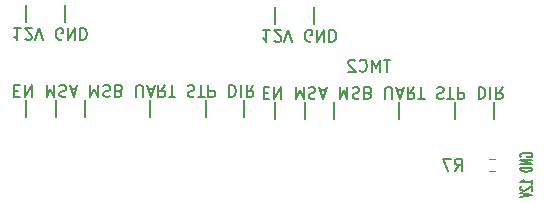
<source format=gbr>
%TF.GenerationSoftware,KiCad,Pcbnew,7.0.8*%
%TF.CreationDate,2024-06-04T12:59:23+12:00*%
%TF.ProjectId,FYP_P2_1,4659505f-5032-45f3-912e-6b696361645f,rev?*%
%TF.SameCoordinates,Original*%
%TF.FileFunction,Legend,Bot*%
%TF.FilePolarity,Positive*%
%FSLAX46Y46*%
G04 Gerber Fmt 4.6, Leading zero omitted, Abs format (unit mm)*
G04 Created by KiCad (PCBNEW 7.0.8) date 2024-06-04 12:59:23*
%MOMM*%
%LPD*%
G01*
G04 APERTURE LIST*
%ADD10C,0.150000*%
%ADD11C,0.120000*%
G04 APERTURE END LIST*
D10*
X136098684Y-64096847D02*
X136098684Y-65525419D01*
X138574875Y-64096847D02*
X138574875Y-65525419D01*
X141051066Y-64096847D02*
X141051066Y-65525419D01*
X146574877Y-64096847D02*
X146574877Y-65525419D01*
X151336783Y-64096847D02*
X151336783Y-65525419D01*
X154574879Y-64096847D02*
X154574879Y-65525419D01*
X135098684Y-63343990D02*
X135432017Y-63343990D01*
X135574874Y-62820180D02*
X135098684Y-62820180D01*
X135098684Y-62820180D02*
X135098684Y-63820180D01*
X135098684Y-63820180D02*
X135574874Y-63820180D01*
X136003446Y-62820180D02*
X136003446Y-63820180D01*
X136003446Y-63820180D02*
X136574874Y-62820180D01*
X136574874Y-62820180D02*
X136574874Y-63820180D01*
X137812970Y-62820180D02*
X137812970Y-63820180D01*
X137812970Y-63820180D02*
X138146303Y-63105895D01*
X138146303Y-63105895D02*
X138479636Y-63820180D01*
X138479636Y-63820180D02*
X138479636Y-62820180D01*
X138908208Y-62867800D02*
X139051065Y-62820180D01*
X139051065Y-62820180D02*
X139289160Y-62820180D01*
X139289160Y-62820180D02*
X139384398Y-62867800D01*
X139384398Y-62867800D02*
X139432017Y-62915419D01*
X139432017Y-62915419D02*
X139479636Y-63010657D01*
X139479636Y-63010657D02*
X139479636Y-63105895D01*
X139479636Y-63105895D02*
X139432017Y-63201133D01*
X139432017Y-63201133D02*
X139384398Y-63248752D01*
X139384398Y-63248752D02*
X139289160Y-63296371D01*
X139289160Y-63296371D02*
X139098684Y-63343990D01*
X139098684Y-63343990D02*
X139003446Y-63391609D01*
X139003446Y-63391609D02*
X138955827Y-63439228D01*
X138955827Y-63439228D02*
X138908208Y-63534466D01*
X138908208Y-63534466D02*
X138908208Y-63629704D01*
X138908208Y-63629704D02*
X138955827Y-63724942D01*
X138955827Y-63724942D02*
X139003446Y-63772561D01*
X139003446Y-63772561D02*
X139098684Y-63820180D01*
X139098684Y-63820180D02*
X139336779Y-63820180D01*
X139336779Y-63820180D02*
X139479636Y-63772561D01*
X139860589Y-63105895D02*
X140336779Y-63105895D01*
X139765351Y-62820180D02*
X140098684Y-63820180D01*
X140098684Y-63820180D02*
X140432017Y-62820180D01*
X141527256Y-62820180D02*
X141527256Y-63820180D01*
X141527256Y-63820180D02*
X141860589Y-63105895D01*
X141860589Y-63105895D02*
X142193922Y-63820180D01*
X142193922Y-63820180D02*
X142193922Y-62820180D01*
X142622494Y-62867800D02*
X142765351Y-62820180D01*
X142765351Y-62820180D02*
X143003446Y-62820180D01*
X143003446Y-62820180D02*
X143098684Y-62867800D01*
X143098684Y-62867800D02*
X143146303Y-62915419D01*
X143146303Y-62915419D02*
X143193922Y-63010657D01*
X143193922Y-63010657D02*
X143193922Y-63105895D01*
X143193922Y-63105895D02*
X143146303Y-63201133D01*
X143146303Y-63201133D02*
X143098684Y-63248752D01*
X143098684Y-63248752D02*
X143003446Y-63296371D01*
X143003446Y-63296371D02*
X142812970Y-63343990D01*
X142812970Y-63343990D02*
X142717732Y-63391609D01*
X142717732Y-63391609D02*
X142670113Y-63439228D01*
X142670113Y-63439228D02*
X142622494Y-63534466D01*
X142622494Y-63534466D02*
X142622494Y-63629704D01*
X142622494Y-63629704D02*
X142670113Y-63724942D01*
X142670113Y-63724942D02*
X142717732Y-63772561D01*
X142717732Y-63772561D02*
X142812970Y-63820180D01*
X142812970Y-63820180D02*
X143051065Y-63820180D01*
X143051065Y-63820180D02*
X143193922Y-63772561D01*
X143955827Y-63343990D02*
X144098684Y-63296371D01*
X144098684Y-63296371D02*
X144146303Y-63248752D01*
X144146303Y-63248752D02*
X144193922Y-63153514D01*
X144193922Y-63153514D02*
X144193922Y-63010657D01*
X144193922Y-63010657D02*
X144146303Y-62915419D01*
X144146303Y-62915419D02*
X144098684Y-62867800D01*
X144098684Y-62867800D02*
X144003446Y-62820180D01*
X144003446Y-62820180D02*
X143622494Y-62820180D01*
X143622494Y-62820180D02*
X143622494Y-63820180D01*
X143622494Y-63820180D02*
X143955827Y-63820180D01*
X143955827Y-63820180D02*
X144051065Y-63772561D01*
X144051065Y-63772561D02*
X144098684Y-63724942D01*
X144098684Y-63724942D02*
X144146303Y-63629704D01*
X144146303Y-63629704D02*
X144146303Y-63534466D01*
X144146303Y-63534466D02*
X144098684Y-63439228D01*
X144098684Y-63439228D02*
X144051065Y-63391609D01*
X144051065Y-63391609D02*
X143955827Y-63343990D01*
X143955827Y-63343990D02*
X143622494Y-63343990D01*
X145384399Y-63820180D02*
X145384399Y-63010657D01*
X145384399Y-63010657D02*
X145432018Y-62915419D01*
X145432018Y-62915419D02*
X145479637Y-62867800D01*
X145479637Y-62867800D02*
X145574875Y-62820180D01*
X145574875Y-62820180D02*
X145765351Y-62820180D01*
X145765351Y-62820180D02*
X145860589Y-62867800D01*
X145860589Y-62867800D02*
X145908208Y-62915419D01*
X145908208Y-62915419D02*
X145955827Y-63010657D01*
X145955827Y-63010657D02*
X145955827Y-63820180D01*
X146384399Y-63105895D02*
X146860589Y-63105895D01*
X146289161Y-62820180D02*
X146622494Y-63820180D01*
X146622494Y-63820180D02*
X146955827Y-62820180D01*
X147860589Y-62820180D02*
X147527256Y-63296371D01*
X147289161Y-62820180D02*
X147289161Y-63820180D01*
X147289161Y-63820180D02*
X147670113Y-63820180D01*
X147670113Y-63820180D02*
X147765351Y-63772561D01*
X147765351Y-63772561D02*
X147812970Y-63724942D01*
X147812970Y-63724942D02*
X147860589Y-63629704D01*
X147860589Y-63629704D02*
X147860589Y-63486847D01*
X147860589Y-63486847D02*
X147812970Y-63391609D01*
X147812970Y-63391609D02*
X147765351Y-63343990D01*
X147765351Y-63343990D02*
X147670113Y-63296371D01*
X147670113Y-63296371D02*
X147289161Y-63296371D01*
X148146304Y-63820180D02*
X148717732Y-63820180D01*
X148432018Y-62820180D02*
X148432018Y-63820180D01*
X149765352Y-62867800D02*
X149908209Y-62820180D01*
X149908209Y-62820180D02*
X150146304Y-62820180D01*
X150146304Y-62820180D02*
X150241542Y-62867800D01*
X150241542Y-62867800D02*
X150289161Y-62915419D01*
X150289161Y-62915419D02*
X150336780Y-63010657D01*
X150336780Y-63010657D02*
X150336780Y-63105895D01*
X150336780Y-63105895D02*
X150289161Y-63201133D01*
X150289161Y-63201133D02*
X150241542Y-63248752D01*
X150241542Y-63248752D02*
X150146304Y-63296371D01*
X150146304Y-63296371D02*
X149955828Y-63343990D01*
X149955828Y-63343990D02*
X149860590Y-63391609D01*
X149860590Y-63391609D02*
X149812971Y-63439228D01*
X149812971Y-63439228D02*
X149765352Y-63534466D01*
X149765352Y-63534466D02*
X149765352Y-63629704D01*
X149765352Y-63629704D02*
X149812971Y-63724942D01*
X149812971Y-63724942D02*
X149860590Y-63772561D01*
X149860590Y-63772561D02*
X149955828Y-63820180D01*
X149955828Y-63820180D02*
X150193923Y-63820180D01*
X150193923Y-63820180D02*
X150336780Y-63772561D01*
X150622495Y-63820180D02*
X151193923Y-63820180D01*
X150908209Y-62820180D02*
X150908209Y-63820180D01*
X151527257Y-62820180D02*
X151527257Y-63820180D01*
X151527257Y-63820180D02*
X151908209Y-63820180D01*
X151908209Y-63820180D02*
X152003447Y-63772561D01*
X152003447Y-63772561D02*
X152051066Y-63724942D01*
X152051066Y-63724942D02*
X152098685Y-63629704D01*
X152098685Y-63629704D02*
X152098685Y-63486847D01*
X152098685Y-63486847D02*
X152051066Y-63391609D01*
X152051066Y-63391609D02*
X152003447Y-63343990D01*
X152003447Y-63343990D02*
X151908209Y-63296371D01*
X151908209Y-63296371D02*
X151527257Y-63296371D01*
X153289162Y-62820180D02*
X153289162Y-63820180D01*
X153289162Y-63820180D02*
X153527257Y-63820180D01*
X153527257Y-63820180D02*
X153670114Y-63772561D01*
X153670114Y-63772561D02*
X153765352Y-63677323D01*
X153765352Y-63677323D02*
X153812971Y-63582085D01*
X153812971Y-63582085D02*
X153860590Y-63391609D01*
X153860590Y-63391609D02*
X153860590Y-63248752D01*
X153860590Y-63248752D02*
X153812971Y-63058276D01*
X153812971Y-63058276D02*
X153765352Y-62963038D01*
X153765352Y-62963038D02*
X153670114Y-62867800D01*
X153670114Y-62867800D02*
X153527257Y-62820180D01*
X153527257Y-62820180D02*
X153289162Y-62820180D01*
X154289162Y-62820180D02*
X154289162Y-63820180D01*
X155336780Y-62820180D02*
X155003447Y-63296371D01*
X154765352Y-62820180D02*
X154765352Y-63820180D01*
X154765352Y-63820180D02*
X155146304Y-63820180D01*
X155146304Y-63820180D02*
X155241542Y-63772561D01*
X155241542Y-63772561D02*
X155289161Y-63724942D01*
X155289161Y-63724942D02*
X155336780Y-63629704D01*
X155336780Y-63629704D02*
X155336780Y-63486847D01*
X155336780Y-63486847D02*
X155289161Y-63391609D01*
X155289161Y-63391609D02*
X155241542Y-63343990D01*
X155241542Y-63343990D02*
X155146304Y-63296371D01*
X155146304Y-63296371D02*
X154765352Y-63296371D01*
X135622493Y-57990180D02*
X135051065Y-57990180D01*
X135336779Y-57990180D02*
X135336779Y-58990180D01*
X135336779Y-58990180D02*
X135241541Y-58847323D01*
X135241541Y-58847323D02*
X135146303Y-58752085D01*
X135146303Y-58752085D02*
X135051065Y-58704466D01*
X136003446Y-58894942D02*
X136051065Y-58942561D01*
X136051065Y-58942561D02*
X136146303Y-58990180D01*
X136146303Y-58990180D02*
X136384398Y-58990180D01*
X136384398Y-58990180D02*
X136479636Y-58942561D01*
X136479636Y-58942561D02*
X136527255Y-58894942D01*
X136527255Y-58894942D02*
X136574874Y-58799704D01*
X136574874Y-58799704D02*
X136574874Y-58704466D01*
X136574874Y-58704466D02*
X136527255Y-58561609D01*
X136527255Y-58561609D02*
X135955827Y-57990180D01*
X135955827Y-57990180D02*
X136574874Y-57990180D01*
X136860589Y-58990180D02*
X137193922Y-57990180D01*
X137193922Y-57990180D02*
X137527255Y-58990180D01*
X139146303Y-58942561D02*
X139051065Y-58990180D01*
X139051065Y-58990180D02*
X138908208Y-58990180D01*
X138908208Y-58990180D02*
X138765351Y-58942561D01*
X138765351Y-58942561D02*
X138670113Y-58847323D01*
X138670113Y-58847323D02*
X138622494Y-58752085D01*
X138622494Y-58752085D02*
X138574875Y-58561609D01*
X138574875Y-58561609D02*
X138574875Y-58418752D01*
X138574875Y-58418752D02*
X138622494Y-58228276D01*
X138622494Y-58228276D02*
X138670113Y-58133038D01*
X138670113Y-58133038D02*
X138765351Y-58037800D01*
X138765351Y-58037800D02*
X138908208Y-57990180D01*
X138908208Y-57990180D02*
X139003446Y-57990180D01*
X139003446Y-57990180D02*
X139146303Y-58037800D01*
X139146303Y-58037800D02*
X139193922Y-58085419D01*
X139193922Y-58085419D02*
X139193922Y-58418752D01*
X139193922Y-58418752D02*
X139003446Y-58418752D01*
X139622494Y-57990180D02*
X139622494Y-58990180D01*
X139622494Y-58990180D02*
X140193922Y-57990180D01*
X140193922Y-57990180D02*
X140193922Y-58990180D01*
X140670113Y-57990180D02*
X140670113Y-58990180D01*
X140670113Y-58990180D02*
X140908208Y-58990180D01*
X140908208Y-58990180D02*
X141051065Y-58942561D01*
X141051065Y-58942561D02*
X141146303Y-58847323D01*
X141146303Y-58847323D02*
X141193922Y-58752085D01*
X141193922Y-58752085D02*
X141241541Y-58561609D01*
X141241541Y-58561609D02*
X141241541Y-58418752D01*
X141241541Y-58418752D02*
X141193922Y-58228276D01*
X141193922Y-58228276D02*
X141146303Y-58133038D01*
X141146303Y-58133038D02*
X141051065Y-58037800D01*
X141051065Y-58037800D02*
X140908208Y-57990180D01*
X140908208Y-57990180D02*
X140670113Y-57990180D01*
X136098684Y-56046847D02*
X136098684Y-57475419D01*
X139336780Y-56046847D02*
X139336780Y-57475419D01*
X157198684Y-64246847D02*
X157198684Y-65675419D01*
X159674875Y-64246847D02*
X159674875Y-65675419D01*
X162151066Y-64246847D02*
X162151066Y-65675419D01*
X167674877Y-64246847D02*
X167674877Y-65675419D01*
X172436783Y-64246847D02*
X172436783Y-65675419D01*
X175674879Y-64246847D02*
X175674879Y-65675419D01*
X156198684Y-63493990D02*
X156532017Y-63493990D01*
X156674874Y-62970180D02*
X156198684Y-62970180D01*
X156198684Y-62970180D02*
X156198684Y-63970180D01*
X156198684Y-63970180D02*
X156674874Y-63970180D01*
X157103446Y-62970180D02*
X157103446Y-63970180D01*
X157103446Y-63970180D02*
X157674874Y-62970180D01*
X157674874Y-62970180D02*
X157674874Y-63970180D01*
X158912970Y-62970180D02*
X158912970Y-63970180D01*
X158912970Y-63970180D02*
X159246303Y-63255895D01*
X159246303Y-63255895D02*
X159579636Y-63970180D01*
X159579636Y-63970180D02*
X159579636Y-62970180D01*
X160008208Y-63017800D02*
X160151065Y-62970180D01*
X160151065Y-62970180D02*
X160389160Y-62970180D01*
X160389160Y-62970180D02*
X160484398Y-63017800D01*
X160484398Y-63017800D02*
X160532017Y-63065419D01*
X160532017Y-63065419D02*
X160579636Y-63160657D01*
X160579636Y-63160657D02*
X160579636Y-63255895D01*
X160579636Y-63255895D02*
X160532017Y-63351133D01*
X160532017Y-63351133D02*
X160484398Y-63398752D01*
X160484398Y-63398752D02*
X160389160Y-63446371D01*
X160389160Y-63446371D02*
X160198684Y-63493990D01*
X160198684Y-63493990D02*
X160103446Y-63541609D01*
X160103446Y-63541609D02*
X160055827Y-63589228D01*
X160055827Y-63589228D02*
X160008208Y-63684466D01*
X160008208Y-63684466D02*
X160008208Y-63779704D01*
X160008208Y-63779704D02*
X160055827Y-63874942D01*
X160055827Y-63874942D02*
X160103446Y-63922561D01*
X160103446Y-63922561D02*
X160198684Y-63970180D01*
X160198684Y-63970180D02*
X160436779Y-63970180D01*
X160436779Y-63970180D02*
X160579636Y-63922561D01*
X160960589Y-63255895D02*
X161436779Y-63255895D01*
X160865351Y-62970180D02*
X161198684Y-63970180D01*
X161198684Y-63970180D02*
X161532017Y-62970180D01*
X162627256Y-62970180D02*
X162627256Y-63970180D01*
X162627256Y-63970180D02*
X162960589Y-63255895D01*
X162960589Y-63255895D02*
X163293922Y-63970180D01*
X163293922Y-63970180D02*
X163293922Y-62970180D01*
X163722494Y-63017800D02*
X163865351Y-62970180D01*
X163865351Y-62970180D02*
X164103446Y-62970180D01*
X164103446Y-62970180D02*
X164198684Y-63017800D01*
X164198684Y-63017800D02*
X164246303Y-63065419D01*
X164246303Y-63065419D02*
X164293922Y-63160657D01*
X164293922Y-63160657D02*
X164293922Y-63255895D01*
X164293922Y-63255895D02*
X164246303Y-63351133D01*
X164246303Y-63351133D02*
X164198684Y-63398752D01*
X164198684Y-63398752D02*
X164103446Y-63446371D01*
X164103446Y-63446371D02*
X163912970Y-63493990D01*
X163912970Y-63493990D02*
X163817732Y-63541609D01*
X163817732Y-63541609D02*
X163770113Y-63589228D01*
X163770113Y-63589228D02*
X163722494Y-63684466D01*
X163722494Y-63684466D02*
X163722494Y-63779704D01*
X163722494Y-63779704D02*
X163770113Y-63874942D01*
X163770113Y-63874942D02*
X163817732Y-63922561D01*
X163817732Y-63922561D02*
X163912970Y-63970180D01*
X163912970Y-63970180D02*
X164151065Y-63970180D01*
X164151065Y-63970180D02*
X164293922Y-63922561D01*
X165055827Y-63493990D02*
X165198684Y-63446371D01*
X165198684Y-63446371D02*
X165246303Y-63398752D01*
X165246303Y-63398752D02*
X165293922Y-63303514D01*
X165293922Y-63303514D02*
X165293922Y-63160657D01*
X165293922Y-63160657D02*
X165246303Y-63065419D01*
X165246303Y-63065419D02*
X165198684Y-63017800D01*
X165198684Y-63017800D02*
X165103446Y-62970180D01*
X165103446Y-62970180D02*
X164722494Y-62970180D01*
X164722494Y-62970180D02*
X164722494Y-63970180D01*
X164722494Y-63970180D02*
X165055827Y-63970180D01*
X165055827Y-63970180D02*
X165151065Y-63922561D01*
X165151065Y-63922561D02*
X165198684Y-63874942D01*
X165198684Y-63874942D02*
X165246303Y-63779704D01*
X165246303Y-63779704D02*
X165246303Y-63684466D01*
X165246303Y-63684466D02*
X165198684Y-63589228D01*
X165198684Y-63589228D02*
X165151065Y-63541609D01*
X165151065Y-63541609D02*
X165055827Y-63493990D01*
X165055827Y-63493990D02*
X164722494Y-63493990D01*
X166484399Y-63970180D02*
X166484399Y-63160657D01*
X166484399Y-63160657D02*
X166532018Y-63065419D01*
X166532018Y-63065419D02*
X166579637Y-63017800D01*
X166579637Y-63017800D02*
X166674875Y-62970180D01*
X166674875Y-62970180D02*
X166865351Y-62970180D01*
X166865351Y-62970180D02*
X166960589Y-63017800D01*
X166960589Y-63017800D02*
X167008208Y-63065419D01*
X167008208Y-63065419D02*
X167055827Y-63160657D01*
X167055827Y-63160657D02*
X167055827Y-63970180D01*
X167484399Y-63255895D02*
X167960589Y-63255895D01*
X167389161Y-62970180D02*
X167722494Y-63970180D01*
X167722494Y-63970180D02*
X168055827Y-62970180D01*
X168960589Y-62970180D02*
X168627256Y-63446371D01*
X168389161Y-62970180D02*
X168389161Y-63970180D01*
X168389161Y-63970180D02*
X168770113Y-63970180D01*
X168770113Y-63970180D02*
X168865351Y-63922561D01*
X168865351Y-63922561D02*
X168912970Y-63874942D01*
X168912970Y-63874942D02*
X168960589Y-63779704D01*
X168960589Y-63779704D02*
X168960589Y-63636847D01*
X168960589Y-63636847D02*
X168912970Y-63541609D01*
X168912970Y-63541609D02*
X168865351Y-63493990D01*
X168865351Y-63493990D02*
X168770113Y-63446371D01*
X168770113Y-63446371D02*
X168389161Y-63446371D01*
X169246304Y-63970180D02*
X169817732Y-63970180D01*
X169532018Y-62970180D02*
X169532018Y-63970180D01*
X170865352Y-63017800D02*
X171008209Y-62970180D01*
X171008209Y-62970180D02*
X171246304Y-62970180D01*
X171246304Y-62970180D02*
X171341542Y-63017800D01*
X171341542Y-63017800D02*
X171389161Y-63065419D01*
X171389161Y-63065419D02*
X171436780Y-63160657D01*
X171436780Y-63160657D02*
X171436780Y-63255895D01*
X171436780Y-63255895D02*
X171389161Y-63351133D01*
X171389161Y-63351133D02*
X171341542Y-63398752D01*
X171341542Y-63398752D02*
X171246304Y-63446371D01*
X171246304Y-63446371D02*
X171055828Y-63493990D01*
X171055828Y-63493990D02*
X170960590Y-63541609D01*
X170960590Y-63541609D02*
X170912971Y-63589228D01*
X170912971Y-63589228D02*
X170865352Y-63684466D01*
X170865352Y-63684466D02*
X170865352Y-63779704D01*
X170865352Y-63779704D02*
X170912971Y-63874942D01*
X170912971Y-63874942D02*
X170960590Y-63922561D01*
X170960590Y-63922561D02*
X171055828Y-63970180D01*
X171055828Y-63970180D02*
X171293923Y-63970180D01*
X171293923Y-63970180D02*
X171436780Y-63922561D01*
X171722495Y-63970180D02*
X172293923Y-63970180D01*
X172008209Y-62970180D02*
X172008209Y-63970180D01*
X172627257Y-62970180D02*
X172627257Y-63970180D01*
X172627257Y-63970180D02*
X173008209Y-63970180D01*
X173008209Y-63970180D02*
X173103447Y-63922561D01*
X173103447Y-63922561D02*
X173151066Y-63874942D01*
X173151066Y-63874942D02*
X173198685Y-63779704D01*
X173198685Y-63779704D02*
X173198685Y-63636847D01*
X173198685Y-63636847D02*
X173151066Y-63541609D01*
X173151066Y-63541609D02*
X173103447Y-63493990D01*
X173103447Y-63493990D02*
X173008209Y-63446371D01*
X173008209Y-63446371D02*
X172627257Y-63446371D01*
X174389162Y-62970180D02*
X174389162Y-63970180D01*
X174389162Y-63970180D02*
X174627257Y-63970180D01*
X174627257Y-63970180D02*
X174770114Y-63922561D01*
X174770114Y-63922561D02*
X174865352Y-63827323D01*
X174865352Y-63827323D02*
X174912971Y-63732085D01*
X174912971Y-63732085D02*
X174960590Y-63541609D01*
X174960590Y-63541609D02*
X174960590Y-63398752D01*
X174960590Y-63398752D02*
X174912971Y-63208276D01*
X174912971Y-63208276D02*
X174865352Y-63113038D01*
X174865352Y-63113038D02*
X174770114Y-63017800D01*
X174770114Y-63017800D02*
X174627257Y-62970180D01*
X174627257Y-62970180D02*
X174389162Y-62970180D01*
X175389162Y-62970180D02*
X175389162Y-63970180D01*
X176436780Y-62970180D02*
X176103447Y-63446371D01*
X175865352Y-62970180D02*
X175865352Y-63970180D01*
X175865352Y-63970180D02*
X176246304Y-63970180D01*
X176246304Y-63970180D02*
X176341542Y-63922561D01*
X176341542Y-63922561D02*
X176389161Y-63874942D01*
X176389161Y-63874942D02*
X176436780Y-63779704D01*
X176436780Y-63779704D02*
X176436780Y-63636847D01*
X176436780Y-63636847D02*
X176389161Y-63541609D01*
X176389161Y-63541609D02*
X176341542Y-63493990D01*
X176341542Y-63493990D02*
X176246304Y-63446371D01*
X176246304Y-63446371D02*
X175865352Y-63446371D01*
X156722493Y-58140180D02*
X156151065Y-58140180D01*
X156436779Y-58140180D02*
X156436779Y-59140180D01*
X156436779Y-59140180D02*
X156341541Y-58997323D01*
X156341541Y-58997323D02*
X156246303Y-58902085D01*
X156246303Y-58902085D02*
X156151065Y-58854466D01*
X157103446Y-59044942D02*
X157151065Y-59092561D01*
X157151065Y-59092561D02*
X157246303Y-59140180D01*
X157246303Y-59140180D02*
X157484398Y-59140180D01*
X157484398Y-59140180D02*
X157579636Y-59092561D01*
X157579636Y-59092561D02*
X157627255Y-59044942D01*
X157627255Y-59044942D02*
X157674874Y-58949704D01*
X157674874Y-58949704D02*
X157674874Y-58854466D01*
X157674874Y-58854466D02*
X157627255Y-58711609D01*
X157627255Y-58711609D02*
X157055827Y-58140180D01*
X157055827Y-58140180D02*
X157674874Y-58140180D01*
X157960589Y-59140180D02*
X158293922Y-58140180D01*
X158293922Y-58140180D02*
X158627255Y-59140180D01*
X160246303Y-59092561D02*
X160151065Y-59140180D01*
X160151065Y-59140180D02*
X160008208Y-59140180D01*
X160008208Y-59140180D02*
X159865351Y-59092561D01*
X159865351Y-59092561D02*
X159770113Y-58997323D01*
X159770113Y-58997323D02*
X159722494Y-58902085D01*
X159722494Y-58902085D02*
X159674875Y-58711609D01*
X159674875Y-58711609D02*
X159674875Y-58568752D01*
X159674875Y-58568752D02*
X159722494Y-58378276D01*
X159722494Y-58378276D02*
X159770113Y-58283038D01*
X159770113Y-58283038D02*
X159865351Y-58187800D01*
X159865351Y-58187800D02*
X160008208Y-58140180D01*
X160008208Y-58140180D02*
X160103446Y-58140180D01*
X160103446Y-58140180D02*
X160246303Y-58187800D01*
X160246303Y-58187800D02*
X160293922Y-58235419D01*
X160293922Y-58235419D02*
X160293922Y-58568752D01*
X160293922Y-58568752D02*
X160103446Y-58568752D01*
X160722494Y-58140180D02*
X160722494Y-59140180D01*
X160722494Y-59140180D02*
X161293922Y-58140180D01*
X161293922Y-58140180D02*
X161293922Y-59140180D01*
X161770113Y-58140180D02*
X161770113Y-59140180D01*
X161770113Y-59140180D02*
X162008208Y-59140180D01*
X162008208Y-59140180D02*
X162151065Y-59092561D01*
X162151065Y-59092561D02*
X162246303Y-58997323D01*
X162246303Y-58997323D02*
X162293922Y-58902085D01*
X162293922Y-58902085D02*
X162341541Y-58711609D01*
X162341541Y-58711609D02*
X162341541Y-58568752D01*
X162341541Y-58568752D02*
X162293922Y-58378276D01*
X162293922Y-58378276D02*
X162246303Y-58283038D01*
X162246303Y-58283038D02*
X162151065Y-58187800D01*
X162151065Y-58187800D02*
X162008208Y-58140180D01*
X162008208Y-58140180D02*
X161770113Y-58140180D01*
X157198684Y-56196847D02*
X157198684Y-57625419D01*
X160436780Y-56196847D02*
X160436780Y-57625419D01*
X177987438Y-68881826D02*
X177939819Y-68824684D01*
X177939819Y-68824684D02*
X177939819Y-68738969D01*
X177939819Y-68738969D02*
X177987438Y-68653255D01*
X177987438Y-68653255D02*
X178082676Y-68596112D01*
X178082676Y-68596112D02*
X178177914Y-68567541D01*
X178177914Y-68567541D02*
X178368390Y-68538969D01*
X178368390Y-68538969D02*
X178511247Y-68538969D01*
X178511247Y-68538969D02*
X178701723Y-68567541D01*
X178701723Y-68567541D02*
X178796961Y-68596112D01*
X178796961Y-68596112D02*
X178892200Y-68653255D01*
X178892200Y-68653255D02*
X178939819Y-68738969D01*
X178939819Y-68738969D02*
X178939819Y-68796112D01*
X178939819Y-68796112D02*
X178892200Y-68881826D01*
X178892200Y-68881826D02*
X178844580Y-68910398D01*
X178844580Y-68910398D02*
X178511247Y-68910398D01*
X178511247Y-68910398D02*
X178511247Y-68796112D01*
X178939819Y-69167541D02*
X177939819Y-69167541D01*
X177939819Y-69167541D02*
X178939819Y-69510398D01*
X178939819Y-69510398D02*
X177939819Y-69510398D01*
X178939819Y-69796112D02*
X177939819Y-69796112D01*
X177939819Y-69796112D02*
X177939819Y-69938969D01*
X177939819Y-69938969D02*
X177987438Y-70024683D01*
X177987438Y-70024683D02*
X178082676Y-70081826D01*
X178082676Y-70081826D02*
X178177914Y-70110397D01*
X178177914Y-70110397D02*
X178368390Y-70138969D01*
X178368390Y-70138969D02*
X178511247Y-70138969D01*
X178511247Y-70138969D02*
X178701723Y-70110397D01*
X178701723Y-70110397D02*
X178796961Y-70081826D01*
X178796961Y-70081826D02*
X178892200Y-70024683D01*
X178892200Y-70024683D02*
X178939819Y-69938969D01*
X178939819Y-69938969D02*
X178939819Y-69796112D01*
X178939819Y-71167540D02*
X178939819Y-70824683D01*
X178939819Y-70996112D02*
X177939819Y-70996112D01*
X177939819Y-70996112D02*
X178082676Y-70938969D01*
X178082676Y-70938969D02*
X178177914Y-70881826D01*
X178177914Y-70881826D02*
X178225533Y-70824683D01*
X178035057Y-71396112D02*
X177987438Y-71424684D01*
X177987438Y-71424684D02*
X177939819Y-71481827D01*
X177939819Y-71481827D02*
X177939819Y-71624684D01*
X177939819Y-71624684D02*
X177987438Y-71681827D01*
X177987438Y-71681827D02*
X178035057Y-71710398D01*
X178035057Y-71710398D02*
X178130295Y-71738969D01*
X178130295Y-71738969D02*
X178225533Y-71738969D01*
X178225533Y-71738969D02*
X178368390Y-71710398D01*
X178368390Y-71710398D02*
X178939819Y-71367541D01*
X178939819Y-71367541D02*
X178939819Y-71738969D01*
X177939819Y-71910398D02*
X178939819Y-72110398D01*
X178939819Y-72110398D02*
X177939819Y-72310398D01*
X166933332Y-60668819D02*
X166361904Y-60668819D01*
X166647618Y-61668819D02*
X166647618Y-60668819D01*
X166028570Y-61668819D02*
X166028570Y-60668819D01*
X166028570Y-60668819D02*
X165695237Y-61383104D01*
X165695237Y-61383104D02*
X165361904Y-60668819D01*
X165361904Y-60668819D02*
X165361904Y-61668819D01*
X164314285Y-61573580D02*
X164361904Y-61621200D01*
X164361904Y-61621200D02*
X164504761Y-61668819D01*
X164504761Y-61668819D02*
X164599999Y-61668819D01*
X164599999Y-61668819D02*
X164742856Y-61621200D01*
X164742856Y-61621200D02*
X164838094Y-61525961D01*
X164838094Y-61525961D02*
X164885713Y-61430723D01*
X164885713Y-61430723D02*
X164933332Y-61240247D01*
X164933332Y-61240247D02*
X164933332Y-61097390D01*
X164933332Y-61097390D02*
X164885713Y-60906914D01*
X164885713Y-60906914D02*
X164838094Y-60811676D01*
X164838094Y-60811676D02*
X164742856Y-60716438D01*
X164742856Y-60716438D02*
X164599999Y-60668819D01*
X164599999Y-60668819D02*
X164504761Y-60668819D01*
X164504761Y-60668819D02*
X164361904Y-60716438D01*
X164361904Y-60716438D02*
X164314285Y-60764057D01*
X163933332Y-60764057D02*
X163885713Y-60716438D01*
X163885713Y-60716438D02*
X163790475Y-60668819D01*
X163790475Y-60668819D02*
X163552380Y-60668819D01*
X163552380Y-60668819D02*
X163457142Y-60716438D01*
X163457142Y-60716438D02*
X163409523Y-60764057D01*
X163409523Y-60764057D02*
X163361904Y-60859295D01*
X163361904Y-60859295D02*
X163361904Y-60954533D01*
X163361904Y-60954533D02*
X163409523Y-61097390D01*
X163409523Y-61097390D02*
X163980951Y-61668819D01*
X163980951Y-61668819D02*
X163361904Y-61668819D01*
X172378666Y-70050819D02*
X172711999Y-69574628D01*
X172950094Y-70050819D02*
X172950094Y-69050819D01*
X172950094Y-69050819D02*
X172569142Y-69050819D01*
X172569142Y-69050819D02*
X172473904Y-69098438D01*
X172473904Y-69098438D02*
X172426285Y-69146057D01*
X172426285Y-69146057D02*
X172378666Y-69241295D01*
X172378666Y-69241295D02*
X172378666Y-69384152D01*
X172378666Y-69384152D02*
X172426285Y-69479390D01*
X172426285Y-69479390D02*
X172473904Y-69527009D01*
X172473904Y-69527009D02*
X172569142Y-69574628D01*
X172569142Y-69574628D02*
X172950094Y-69574628D01*
X172045332Y-69050819D02*
X171378666Y-69050819D01*
X171378666Y-69050819D02*
X171807237Y-70050819D01*
D11*
%TO.C,R7*%
X175276742Y-69073500D02*
X175751258Y-69073500D01*
X175276742Y-70118500D02*
X175751258Y-70118500D01*
%TD*%
M02*

</source>
